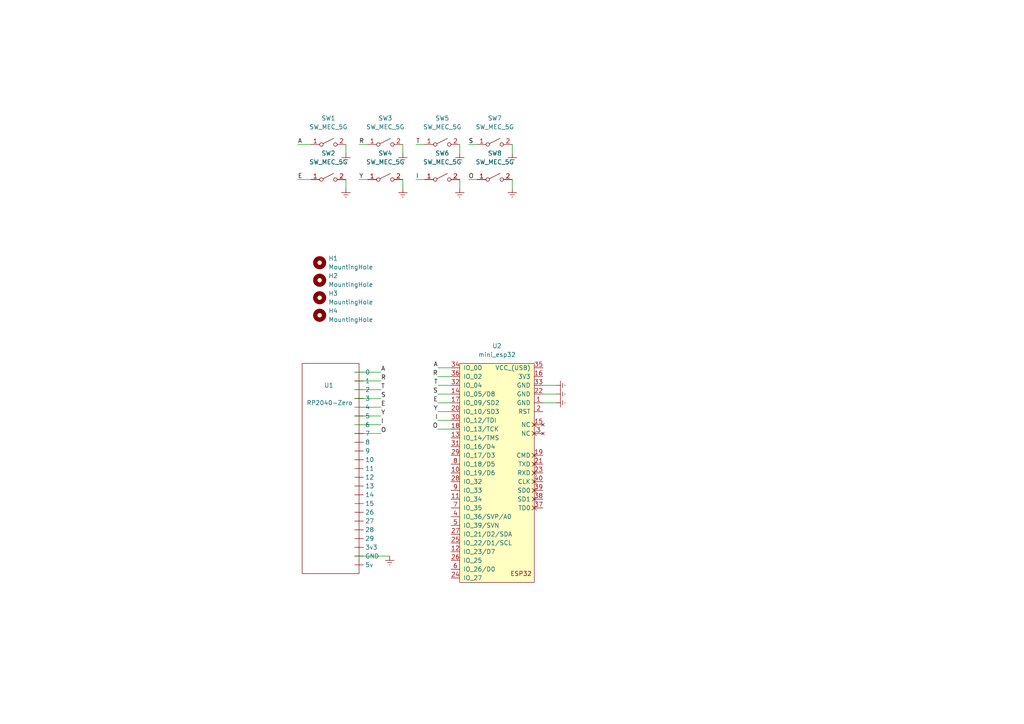
<source format=kicad_sch>
(kicad_sch (version 20211123) (generator eeschema)
  (paper "A4")
  (lib_symbols
    (symbol "Andrews-symbols:RP2040-Zero" (pin_numbers hide)
      (property "Reference" "U" (at 0 0 0))
      (property "Value" "RP2040-Zero" (at 0 -2.54 0))
      (symbol "RP2040-Zero_0_1"
        (rectangle (start -7.62 6.35) (end 8.89 -54.61))
      )
      (symbol "RP2040-Zero_1_1"
        (pin bidirectional line (at 7.62 3.81 0) (length 2.54) (name "0") (number "0"))
        (pin bidirectional line (at 7.62 1.27 0) (length 2.54) (name "1") (number "1"))
        (pin bidirectional line (at 7.62 -21.59 0) (length 2.54) (name "10") (number "10"))
        (pin bidirectional line (at 7.62 -24.13 0) (length 2.54) (name "11") (number "11"))
        (pin bidirectional line (at 7.62 -26.67 0) (length 2.54) (name "12") (number "12"))
        (pin bidirectional line (at 7.62 -29.21 0) (length 2.54) (name "13") (number "13"))
        (pin bidirectional line (at 7.62 -31.75 0) (length 2.54) (name "14") (number "14"))
        (pin bidirectional line (at 7.62 -34.29 0) (length 2.54) (name "15") (number "15"))
        (pin bidirectional line (at 7.62 -1.27 0) (length 2.54) (name "2") (number "2"))
        (pin bidirectional line (at 7.62 -36.83 0) (length 2.54) (name "26") (number "26"))
        (pin bidirectional line (at 7.62 -39.37 0) (length 2.54) (name "27") (number "27"))
        (pin bidirectional line (at 7.62 -41.91 0) (length 2.54) (name "28") (number "28"))
        (pin bidirectional line (at 7.62 -44.45 0) (length 2.54) (name "29") (number "29"))
        (pin bidirectional line (at 7.62 -3.81 0) (length 2.54) (name "3") (number "3"))
        (pin bidirectional line (at 7.62 -46.99 0) (length 2.54) (name "3v3") (number "3v3"))
        (pin bidirectional line (at 7.62 -6.35 0) (length 2.54) (name "4") (number "4"))
        (pin bidirectional line (at 7.62 -8.89 0) (length 2.54) (name "5") (number "5"))
        (pin bidirectional line (at 7.62 -52.07 0) (length 2.54) (name "5v") (number "5v"))
        (pin bidirectional line (at 7.62 -11.43 0) (length 2.54) (name "6") (number "6"))
        (pin bidirectional line (at 7.62 -13.97 0) (length 2.54) (name "7") (number "7"))
        (pin bidirectional line (at 7.62 -16.51 0) (length 2.54) (name "8") (number "8"))
        (pin bidirectional line (at 7.62 -19.05 0) (length 2.54) (name "9") (number "9"))
        (pin bidirectional line (at 7.62 -49.53 0) (length 2.54) (name "GND") (number "GND"))
      )
    )
    (symbol "ESP32 Mini:mini_esp32" (pin_names (offset 1.016))
      (property "Reference" "U" (at -7.62 -50.8 0))
      (property "Value" "mini_esp32" (at 5.08 -59.69 0))
      (symbol "mini_esp32_0_0"
        (text "ESP32" (at 7.62 -62.23 0) (effects (font (size 1.27 1.27))))
        (pin power_in line (at 13.97 -12.7 180) (length 2.54) (name "GND") (number "1"))
        (pin input line (at 13.97 -15.24 180) (length 2.54) (name "RST") (number "2"))
        (pin no_connect non_logic (at 13.97 -21.59 180) (length 2.54) (name "NC") (number "3"))
        (pin bidirectional line (at -12.7 -45.72 0) (length 2.54) (name "IO_36/SVP/A0") (number "4"))
        (pin bidirectional line (at -12.7 -48.26 0) (length 2.54) (name "IO_39/SVN") (number "5"))
      )
      (symbol "mini_esp32_0_1"
        (rectangle (start -10.16 -1.27) (end 11.43 -64.77) (fill (type background)))
      )
      (symbol "mini_esp32_1_1"
        (pin bidirectional line (at -12.7 -33.02 0) (length 2.54) (name "IO_19/D6") (number "10"))
        (pin bidirectional line (at -12.7 -40.64 0) (length 2.54) (name "IO_34") (number "11"))
        (pin bidirectional line (at -12.7 -55.88 0) (length 2.54) (name "IO_23/D7") (number "12"))
        (pin bidirectional line (at -12.7 -22.86 0) (length 2.54) (name "IO_14/TMS") (number "13"))
        (pin bidirectional line (at -12.7 -10.16 0) (length 2.54) (name "IO_05/D8") (number "14"))
        (pin no_connect non_logic (at 13.97 -19.05 180) (length 2.54) (name "NC") (number "15"))
        (pin power_in line (at 13.97 -5.08 180) (length 2.54) (name "3V3") (number "16"))
        (pin bidirectional line (at -12.7 -12.7 0) (length 2.54) (name "IO_09/SD2") (number "17"))
        (pin bidirectional line (at -12.7 -20.32 0) (length 2.54) (name "IO_13/TCK") (number "18"))
        (pin passive non_logic (at 13.97 -27.94 180) (length 2.54) (name "CMD") (number "19"))
        (pin bidirectional line (at -12.7 -15.24 0) (length 2.54) (name "IO_10/SD3") (number "20"))
        (pin passive non_logic (at 13.97 -30.48 180) (length 2.54) (name "TXD") (number "21"))
        (pin power_in line (at 13.97 -10.16 180) (length 2.54) (name "GND") (number "22"))
        (pin passive non_logic (at 13.97 -33.02 180) (length 2.54) (name "RXD") (number "23"))
        (pin bidirectional line (at -12.7 -63.5 0) (length 2.54) (name "IO_27") (number "24"))
        (pin bidirectional line (at -12.7 -53.34 0) (length 2.54) (name "IO_22/D1/SCL") (number "25"))
        (pin bidirectional line (at -12.7 -58.42 0) (length 2.54) (name "IO_25") (number "26"))
        (pin bidirectional line (at -12.7 -50.8 0) (length 2.54) (name "IO_21/D2/SDA") (number "27"))
        (pin bidirectional line (at -12.7 -35.56 0) (length 2.54) (name "IO_32") (number "28"))
        (pin bidirectional line (at -12.7 -27.94 0) (length 2.54) (name "IO_17/D3") (number "29"))
        (pin bidirectional line (at -12.7 -17.78 0) (length 2.54) (name "IO_12/TDI") (number "30"))
        (pin bidirectional line (at -12.7 -25.4 0) (length 2.54) (name "IO_16/D4") (number "31"))
        (pin bidirectional line (at -12.7 -7.62 0) (length 2.54) (name "IO_04") (number "32"))
        (pin power_in line (at 13.97 -7.62 180) (length 2.54) (name "GND") (number "33"))
        (pin bidirectional line (at -12.7 -2.54 0) (length 2.54) (name "IO_00") (number "34"))
        (pin power_in line (at 13.97 -2.54 180) (length 2.54) (name "VCC_(USB)") (number "35"))
        (pin bidirectional line (at -12.7 -5.08 0) (length 2.54) (name "IO_02") (number "36"))
        (pin passive non_logic (at 13.97 -43.18 180) (length 2.54) (name "TD0") (number "37"))
        (pin passive non_logic (at 13.97 -40.64 180) (length 2.54) (name "SD1") (number "38"))
        (pin passive non_logic (at 13.97 -38.1 180) (length 2.54) (name "SD0") (number "39"))
        (pin passive non_logic (at 13.97 -35.56 180) (length 2.54) (name "CLK") (number "40"))
        (pin bidirectional line (at -12.7 -60.96 0) (length 2.54) (name "IO_26/D0") (number "6"))
        (pin bidirectional line (at -12.7 -43.18 0) (length 2.54) (name "IO_35") (number "7"))
        (pin bidirectional line (at -12.7 -30.48 0) (length 2.54) (name "IO_18/D5") (number "8"))
        (pin bidirectional line (at -12.7 -38.1 0) (length 2.54) (name "IO_33") (number "9"))
      )
    )
    (symbol "Mechanical:MountingHole" (pin_names (offset 1.016))
      (property "Reference" "H" (at 0 5.08 0))
      (property "Value" "MountingHole" (at 0 3.175 0))
      (symbol "MountingHole_0_1"
        (circle (center 0 0) (radius 1.27) (stroke (width 1.27)))
      )
    )
    (symbol "Switch:SW_SPST" (pin_names (offset 0) hide)
      (property "Reference" "SW" (at 0 3.175 0))
      (property "Value" "SW_SPST" (at 0 -2.54 0))
      (symbol "SW_SPST_0_0"
        (circle (center -2.032 0) (radius 0.508))
        (polyline (pts (xy -1.524 0.254) (xy 1.524 1.778)))
        (circle (center 2.032 0) (radius 0.508))
      )
      (symbol "SW_SPST_1_1"
        (pin passive line (at -5.08 0 0) (length 2.54) (name "A") (number "1"))
        (pin passive line (at 5.08 0 180) (length 2.54) (name "B") (number "2"))
      )
    )
    (symbol "power:Earth" (power) (pin_names (offset 0))
      (symbol "Earth_0_1"
        (polyline (pts (xy -0.635 -1.905) (xy 0.635 -1.905)))
        (polyline (pts (xy -0.127 -2.54) (xy 0.127 -2.54)))
        (polyline (pts (xy 0 -1.27) (xy 0 0)))
        (polyline (pts (xy 1.27 -1.27) (xy -1.27 -1.27)))
      )
      (symbol "Earth_1_1"
        (pin power_in line (at 0 0 270) (length 0) hide (name "Earth") (number "1"))
      )
    )
  )
  (wire (pts (xy 86.36 52.07) (xy 90.17 52.07)))
  (wire (pts (xy 135.89 41.91) (xy 138.43 41.91)))
  (wire (pts (xy 116.84 52.07) (xy 116.84 54.61)))
  (wire (pts (xy 127 114.3) (xy 130.81 114.3)))
  (wire (pts (xy 102.87 161.29) (xy 113.03 161.29)))
  (wire (pts (xy 148.59 52.07) (xy 148.59 54.61)))
  (wire (pts (xy 127 111.76) (xy 130.81 111.76)))
  (wire (pts (xy 127 109.22) (xy 130.81 109.22)))
  (wire (pts (xy 102.87 125.73) (xy 110.49 125.73)))
  (wire (pts (xy 127 124.46) (xy 130.81 124.46)))
  (wire (pts (xy 135.89 52.07) (xy 138.43 52.07)))
  (wire (pts (xy 116.84 41.91) (xy 116.84 44.45)))
  (wire (pts (xy 102.87 120.65) (xy 110.49 120.65)))
  (wire (pts (xy 120.65 52.07) (xy 123.19 52.07)))
  (wire (pts (xy 100.33 41.91) (xy 100.33 44.45)))
  (wire (pts (xy 102.87 118.11) (xy 110.49 118.11)))
  (wire (pts (xy 127 116.84) (xy 130.81 116.84)))
  (wire (pts (xy 104.14 41.91) (xy 106.68 41.91)))
  (wire (pts (xy 127 106.68) (xy 130.81 106.68)))
  (wire (pts (xy 102.87 115.57) (xy 110.49 115.57)))
  (wire (pts (xy 127 119.38) (xy 130.81 119.38)))
  (wire (pts (xy 127 121.92) (xy 130.81 121.92)))
  (wire (pts (xy 120.65 41.91) (xy 123.19 41.91)))
  (wire (pts (xy 102.87 110.49) (xy 110.49 110.49)))
  (wire (pts (xy 157.48 114.3) (xy 161.29 114.3)))
  (wire (pts (xy 86.36 41.91) (xy 90.17 41.91)))
  (wire (pts (xy 133.35 41.91) (xy 133.35 44.45)))
  (wire (pts (xy 157.48 116.84) (xy 161.29 116.84)))
  (wire (pts (xy 102.87 107.95) (xy 110.49 107.95)))
  (wire (pts (xy 133.35 52.07) (xy 133.35 54.61)))
  (wire (pts (xy 100.33 52.07) (xy 100.33 54.61)))
  (wire (pts (xy 102.87 113.03) (xy 110.49 113.03)))
  (wire (pts (xy 104.14 52.07) (xy 106.68 52.07)))
  (wire (pts (xy 157.48 111.76) (xy 161.29 111.76)))
  (wire (pts (xy 148.59 41.91) (xy 148.59 44.45)))
  (wire (pts (xy 102.87 123.19) (xy 110.49 123.19)))
  (label "A" (at 86.36 41.91 0))
  (label "O" (at 127 124.46 180))
  (label "Y" (at 127 119.38 180))
  (label "R" (at 104.14 41.91 0))
  (label "A" (at 110.49 107.95 0))
  (label "S" (at 127 114.3 180))
  (label "E" (at 86.36 52.07 0))
  (label "T" (at 120.65 41.91 0))
  (label "T" (at 110.49 113.03 0))
  (label "I" (at 110.49 123.19 0))
  (label "A" (at 127 106.68 180))
  (label "E" (at 110.49 118.11 0))
  (label "O" (at 135.89 52.07 0))
  (label "I" (at 120.65 52.07 0))
  (label "T" (at 127 111.76 180))
  (label "S" (at 135.89 41.91 0))
  (label "Y" (at 110.49 120.65 0))
  (label "O" (at 110.49 125.73 0))
  (label "I" (at 127 121.92 180))
  (label "R" (at 110.49 110.49 0))
  (label "S" (at 110.49 115.57 0))
  (label "R" (at 127 109.22 180))
  (label "Y" (at 104.14 52.07 0))
  (label "E" (at 127 116.84 180))
  (symbol (lib_id "power:Earth") (at 113.03 161.29 0) (unit 1)
    (property "Reference" "#PWR0101" (effects hide))
    (property "Value" "Earth" (effects hide))
  )
  (symbol (lib_id "Switch:SW_SPST") (at 128.27 52.07 0) (unit 1)
    (property "Reference" "SW6" (at 128.27 44.45 0))
    (property "Value" "SW_MEC_5G" (at 128.27 46.99 0))
    (property "Footprint" "Button_Switch_Keyboard:SW_Cherry_MX_1.00u_PCB" (effects hide))
  )
  (symbol (lib_id "Andrews-symbols:RP2040-Zero") (at 95.25 111.76 0) (unit 1)
    (property "Reference" "U1" (at 93.98 111.76 0) (effects (justify left)))
    (property "Value" "RP2040-Zero" (at 88.9 116.84 0) (effects (justify left)))
    (property "Footprint" "Andrews-Custom:RP2040-Zero" (effects hide))
  )
  (symbol (lib_id "power:Earth") (at 116.84 54.61 0) (unit 1)
    (property "Reference" "#PWR0110" (effects hide))
    (property "Value" "Earth" (effects hide))
  )
  (symbol (lib_id "Switch:SW_SPST") (at 111.76 52.07 0) (unit 1)
    (property "Reference" "SW4" (at 111.76 44.45 0))
    (property "Value" "SW_MEC_5G" (at 111.76 46.99 0))
    (property "Footprint" "Button_Switch_Keyboard:SW_Cherry_MX_1.00u_PCB" (effects hide))
  )
  (symbol (lib_id "power:Earth") (at 100.33 44.45 0) (unit 1)
    (property "Reference" "#PWR0112" (effects hide))
    (property "Value" "Earth" (effects hide))
  )
  (symbol (lib_id "power:Earth") (at 116.84 44.45 0) (unit 1)
    (property "Reference" "#PWR0111" (effects hide))
    (property "Value" "Earth" (effects hide))
  )
  (symbol (lib_id "power:Earth") (at 161.29 111.76 90) (unit 1)
    (property "Reference" "#PWR0102" (effects hide))
    (property "Value" "Earth" (effects hide))
  )
  (symbol (lib_id "power:Earth") (at 161.29 116.84 90) (unit 1)
    (property "Reference" "#PWR0103" (effects hide))
    (property "Value" "Earth" (effects hide))
  )
  (symbol (lib_id "Mechanical:MountingHole") (at 92.71 81.28 0) (unit 1)
    (property "Reference" "H2" (at 95.25 80.0099 0) (effects (justify left)))
    (property "Value" "MountingHole" (at 95.25 82.5499 0) (effects (justify left)))
    (property "Footprint" "MountingHole:MountingHole_3.2mm_M3" (effects hide))
  )
  (symbol (lib_id "power:Earth") (at 100.33 54.61 0) (unit 1)
    (property "Reference" "#PWR0107" (effects hide))
    (property "Value" "Earth" (effects hide))
  )
  (symbol (lib_id "Switch:SW_SPST") (at 95.25 52.07 0) (unit 1)
    (property "Reference" "SW2" (at 95.25 44.45 0))
    (property "Value" "SW_MEC_5G" (at 95.25 46.99 0))
    (property "Footprint" "Button_Switch_Keyboard:SW_Cherry_MX_1.00u_PCB" (effects hide))
  )
  (symbol (lib_id "power:Earth") (at 148.59 54.61 0) (unit 1)
    (property "Reference" "#PWR0109" (effects hide))
    (property "Value" "Earth" (effects hide))
  )
  (symbol (lib_id "Switch:SW_SPST") (at 143.51 41.91 0) (unit 1)
    (property "Reference" "SW7" (at 143.51 34.29 0))
    (property "Value" "SW_MEC_5G" (at 143.51 36.83 0))
    (property "Footprint" "Button_Switch_Keyboard:SW_Cherry_MX_1.00u_PCB" (effects hide))
  )
  (symbol (lib_id "Switch:SW_SPST") (at 143.51 52.07 0) (unit 1)
    (property "Reference" "SW8" (at 143.51 44.45 0))
    (property "Value" "SW_MEC_5G" (at 143.51 46.99 0))
    (property "Footprint" "Button_Switch_Keyboard:SW_Cherry_MX_1.00u_PCB" (effects hide))
  )
  (symbol (lib_id "power:Earth") (at 161.29 114.3 90) (unit 1)
    (property "Reference" "#PWR0104" (effects hide))
    (property "Value" "Earth" (effects hide))
  )
  (symbol (lib_id "Mechanical:MountingHole") (at 92.71 91.44 0) (unit 1)
    (property "Reference" "H4" (at 95.25 90.1699 0) (effects (justify left)))
    (property "Value" "MountingHole" (at 95.25 92.7099 0) (effects (justify left)))
    (property "Footprint" "MountingHole:MountingHole_3.2mm_M3" (effects hide))
  )
  (symbol (lib_id "power:Earth") (at 133.35 54.61 0) (unit 1)
    (property "Reference" "#PWR0105" (effects hide))
    (property "Value" "Earth" (effects hide))
  )
  (symbol (lib_id "Switch:SW_SPST") (at 111.76 41.91 0) (unit 1)
    (property "Reference" "SW3" (at 111.76 34.29 0))
    (property "Value" "SW_MEC_5G" (at 111.76 36.83 0))
    (property "Footprint" "Button_Switch_Keyboard:SW_Cherry_MX_1.00u_PCB" (effects hide))
  )
  (symbol (lib_id "Switch:SW_SPST") (at 95.25 41.91 0) (unit 1)
    (property "Reference" "SW1" (at 95.25 34.29 0))
    (property "Value" "SW_MEC_5G" (at 95.25 36.83 0))
    (property "Footprint" "Button_Switch_Keyboard:SW_Cherry_MX_1.00u_PCB" (effects hide))
  )
  (symbol (lib_id "Mechanical:MountingHole") (at 92.71 86.36 0) (unit 1)
    (property "Reference" "H3" (at 95.25 85.0899 0) (effects (justify left)))
    (property "Value" "MountingHole" (at 95.25 87.6299 0) (effects (justify left)))
    (property "Footprint" "MountingHole:MountingHole_3.2mm_M3" (effects hide))
  )
  (symbol (lib_id "Switch:SW_SPST") (at 128.27 41.91 0) (unit 1)
    (property "Reference" "SW5" (at 128.27 34.29 0))
    (property "Value" "SW_MEC_5G" (at 128.27 36.83 0))
    (property "Footprint" "Button_Switch_Keyboard:SW_Cherry_MX_1.00u_PCB" (effects hide))
  )
  (symbol (lib_id "power:Earth") (at 148.59 44.45 0) (unit 1)
    (property "Reference" "#PWR0108" (effects hide))
    (property "Value" "Earth" (effects hide))
  )
  (symbol (lib_id "Mechanical:MountingHole") (at 92.71 76.2 0) (unit 1)
    (property "Reference" "H1" (at 95.25 74.9299 0) (effects (justify left)))
    (property "Value" "MountingHole" (at 95.25 77.4699 0) (effects (justify left)))
    (property "Footprint" "MountingHole:MountingHole_3.2mm_M3" (effects hide))
  )
  (symbol (lib_id "power:Earth") (at 133.35 44.45 0) (unit 1)
    (property "Reference" "#PWR0106" (effects hide))
    (property "Value" "Earth" (effects hide))
  )
  (symbol (lib_id "ESP32 Mini:mini_esp32") (at 143.51 104.14 0) (unit 1)
    (property "Reference" "U2" (at 144.145 100.33 0))
    (property "Value" "mini_esp32" (at 144.145 102.87 0))
    (property "Footprint" "ESP32 Mini:ESP32_mini" (effects hide))
  )
)
</source>
